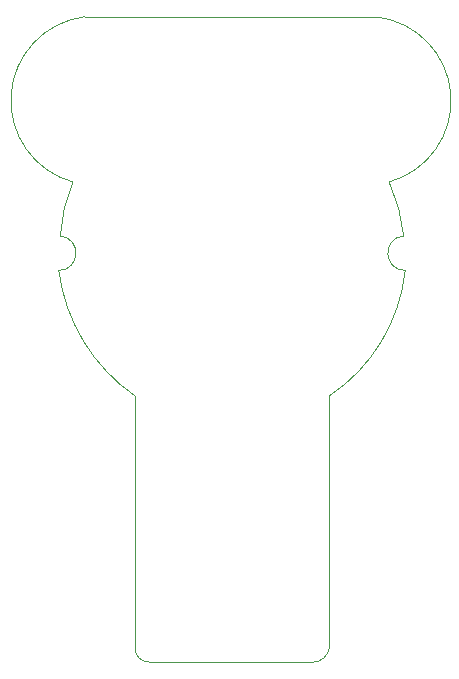
<source format=gbr>
%TF.GenerationSoftware,KiCad,Pcbnew,6.0.2+dfsg-1*%
%TF.CreationDate,2023-02-03T15:03:30+01:00*%
%TF.ProjectId,UnUn_BNC,556e556e-5f42-44e4-932e-6b696361645f,rev?*%
%TF.SameCoordinates,Original*%
%TF.FileFunction,Profile,NP*%
%FSLAX46Y46*%
G04 Gerber Fmt 4.6, Leading zero omitted, Abs format (unit mm)*
G04 Created by KiCad (PCBNEW 6.0.2+dfsg-1) date 2023-02-03 15:03:30*
%MOMM*%
%LPD*%
G01*
G04 APERTURE LIST*
%TA.AperFunction,Profile*%
%ADD10C,0.100000*%
%TD*%
G04 APERTURE END LIST*
D10*
X125861231Y-98878483D02*
X125861231Y-77548862D01*
X109399999Y-98950000D02*
G75*
G03*
X110579743Y-100083974I1179785J46736D01*
G01*
X102945817Y-66926406D02*
G75*
G03*
X109402031Y-77548862I15112731J1912118D01*
G01*
X125861231Y-77548862D02*
G75*
G03*
X132281854Y-66925327I-8123333J12161565D01*
G01*
X102945817Y-66926406D02*
G75*
G03*
X103078577Y-64011716I-11227J1460880D01*
G01*
X109400000Y-98950000D02*
X109402031Y-77548862D01*
X104140000Y-59436000D02*
G75*
G03*
X103078577Y-64011716I12561854J-5324924D01*
G01*
X132149094Y-64010637D02*
G75*
G03*
X130910075Y-59436000I-14159959J-1380049D01*
G01*
X130910075Y-59436000D02*
G75*
G03*
X129894075Y-45466000I-1885632J6884809D01*
G01*
X124484600Y-100100001D02*
G75*
G03*
X125861231Y-98878483I-56634J1450306D01*
G01*
X132149094Y-64010637D02*
G75*
G03*
X132281854Y-66925327I119208J-1454939D01*
G01*
X110579743Y-100083974D02*
X124484600Y-100100000D01*
X105125000Y-45450000D02*
X129894075Y-45466000D01*
X105125000Y-45449999D02*
G75*
G03*
X104140000Y-59436000I913544J-7092025D01*
G01*
M02*

</source>
